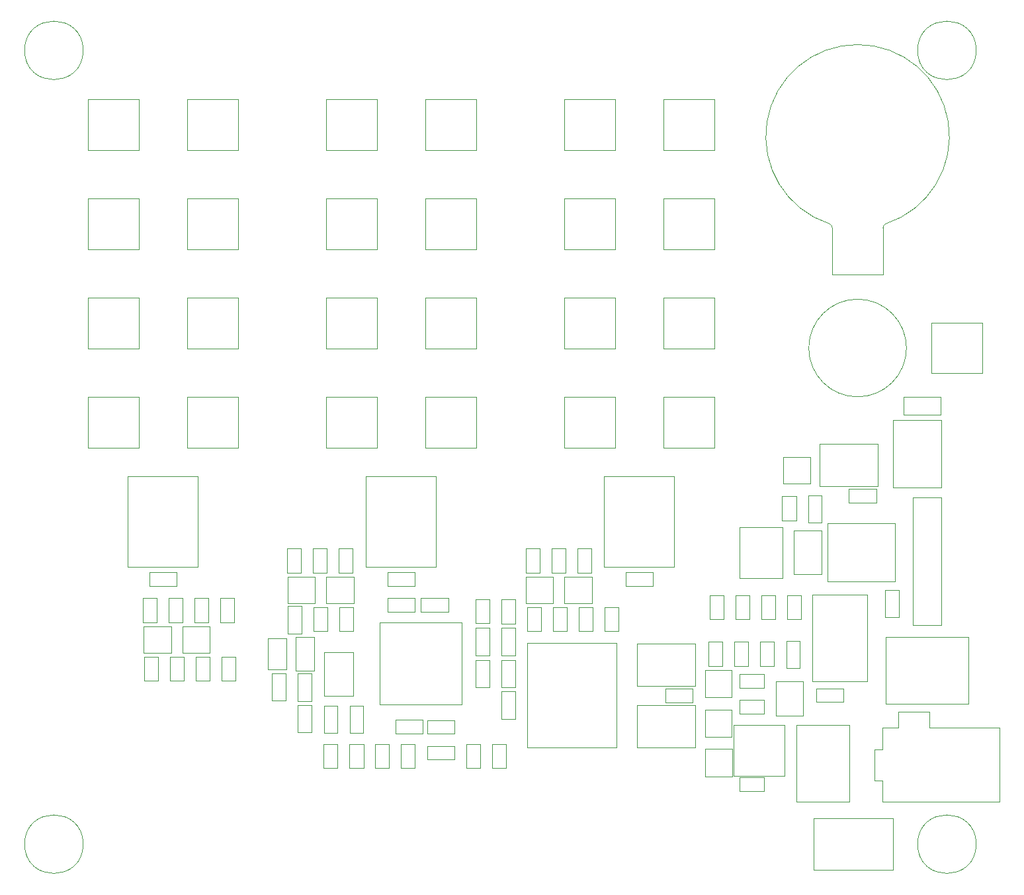
<source format=gbr>
G04 #@! TF.FileFunction,Other,User*
%FSLAX46Y46*%
G04 Gerber Fmt 4.6, Leading zero omitted, Abs format (unit mm)*
G04 Created by KiCad (PCBNEW 4.0.7) date Saturday, March 31, 2018 'PMt' 07:15:42 PM*
%MOMM*%
%LPD*%
G01*
G04 APERTURE LIST*
%ADD10C,0.100000*%
%ADD11C,0.050000*%
G04 APERTURE END LIST*
D10*
D11*
X207775000Y-137670000D02*
X207775000Y-144270000D01*
X197575000Y-137670000D02*
X197575000Y-144270000D01*
X197575000Y-144270000D02*
X207775000Y-144270000D01*
X197575000Y-137670000D02*
X207775000Y-137670000D01*
X203130013Y-38625135D02*
G75*
G02X206800000Y-61560000I69987J-11749865D01*
G01*
X203269987Y-38625135D02*
G75*
G03X199600000Y-61560000I-69987J-11749865D01*
G01*
X206811889Y-61558169D02*
G75*
G03X206450000Y-62075000I188111J-516831D01*
G01*
X199588111Y-61558169D02*
G75*
G02X199950000Y-62075000I-188111J-516831D01*
G01*
X199950000Y-68025000D02*
X199950000Y-62075000D01*
X206450000Y-68025000D02*
X206450000Y-62075000D01*
X206450000Y-68025000D02*
X199950000Y-68025000D01*
X209450000Y-77460000D02*
G75*
G03X209450000Y-77460000I-6250000J0D01*
G01*
X128262000Y-122611000D02*
X128262000Y-119111000D01*
X128262000Y-122611000D02*
X130012000Y-122611000D01*
X130012000Y-119111000D02*
X128262000Y-119111000D01*
X130012000Y-119111000D02*
X130012000Y-122611000D01*
X132054000Y-110507000D02*
X132054000Y-114007000D01*
X132054000Y-110507000D02*
X130304000Y-110507000D01*
X130304000Y-114007000D02*
X132054000Y-114007000D01*
X130304000Y-114007000D02*
X130304000Y-110507000D01*
X131564000Y-126675000D02*
X131564000Y-123175000D01*
X131564000Y-126675000D02*
X133314000Y-126675000D01*
X133314000Y-123175000D02*
X131564000Y-123175000D01*
X133314000Y-123175000D02*
X133314000Y-126675000D01*
X131564000Y-122643000D02*
X131564000Y-119143000D01*
X131564000Y-122643000D02*
X133314000Y-122643000D01*
X133314000Y-119143000D02*
X131564000Y-119143000D01*
X133314000Y-119143000D02*
X133314000Y-122643000D01*
X159376000Y-121424000D02*
X159376000Y-124924000D01*
X159376000Y-121424000D02*
X157626000Y-121424000D01*
X157626000Y-124924000D02*
X159376000Y-124924000D01*
X157626000Y-124924000D02*
X157626000Y-121424000D01*
X198619000Y-96310000D02*
X198619000Y-99810000D01*
X198619000Y-96310000D02*
X196869000Y-96310000D01*
X196869000Y-99810000D02*
X198619000Y-99810000D01*
X196869000Y-99810000D02*
X196869000Y-96310000D01*
X138185000Y-126734000D02*
X138185000Y-123234000D01*
X138185000Y-126734000D02*
X139935000Y-126734000D01*
X139935000Y-123234000D02*
X138185000Y-123234000D01*
X139935000Y-123234000D02*
X139935000Y-126734000D01*
X156057000Y-113301000D02*
X156057000Y-116801000D01*
X156057000Y-113301000D02*
X154307000Y-113301000D01*
X154307000Y-116801000D02*
X156057000Y-116801000D01*
X154307000Y-116801000D02*
X154307000Y-113301000D01*
X143029000Y-109456000D02*
X146529000Y-109456000D01*
X143029000Y-109456000D02*
X143029000Y-111206000D01*
X146529000Y-111206000D02*
X146529000Y-109456000D01*
X146529000Y-111206000D02*
X143029000Y-111206000D01*
X151609000Y-126837000D02*
X148109000Y-126837000D01*
X151609000Y-126837000D02*
X151609000Y-125087000D01*
X148109000Y-125087000D02*
X148109000Y-126837000D01*
X148109000Y-125087000D02*
X151609000Y-125087000D01*
X134883000Y-126734000D02*
X134883000Y-123234000D01*
X134883000Y-126734000D02*
X136633000Y-126734000D01*
X136633000Y-123234000D02*
X134883000Y-123234000D01*
X136633000Y-123234000D02*
X136633000Y-126734000D01*
X159359000Y-113301000D02*
X159359000Y-116801000D01*
X159359000Y-113301000D02*
X157609000Y-113301000D01*
X157609000Y-116801000D02*
X159359000Y-116801000D01*
X157609000Y-116801000D02*
X157609000Y-113301000D01*
X151609000Y-130139000D02*
X148109000Y-130139000D01*
X151609000Y-130139000D02*
X151609000Y-128389000D01*
X148109000Y-128389000D02*
X148109000Y-130139000D01*
X148109000Y-128389000D02*
X151609000Y-128389000D01*
X144045000Y-125077000D02*
X147545000Y-125077000D01*
X144045000Y-125077000D02*
X144045000Y-126827000D01*
X147545000Y-126827000D02*
X147545000Y-125077000D01*
X147545000Y-126827000D02*
X144045000Y-126827000D01*
X147315000Y-109456000D02*
X150815000Y-109456000D01*
X147315000Y-109456000D02*
X147315000Y-111206000D01*
X150815000Y-111206000D02*
X150815000Y-109456000D01*
X150815000Y-111206000D02*
X147315000Y-111206000D01*
X154314000Y-120892000D02*
X154314000Y-117392000D01*
X154314000Y-120892000D02*
X156064000Y-120892000D01*
X156064000Y-117392000D02*
X154314000Y-117392000D01*
X156064000Y-117392000D02*
X156064000Y-120892000D01*
X143029000Y-106154000D02*
X146529000Y-106154000D01*
X143029000Y-106154000D02*
X143029000Y-107904000D01*
X146529000Y-107904000D02*
X146529000Y-106154000D01*
X146529000Y-107904000D02*
X143029000Y-107904000D01*
X173509000Y-106154000D02*
X177009000Y-106154000D01*
X173509000Y-106154000D02*
X173509000Y-107904000D01*
X177009000Y-107904000D02*
X177009000Y-106154000D01*
X177009000Y-107904000D02*
X173509000Y-107904000D01*
X184860000Y-83740000D02*
X178360000Y-83740000D01*
X178360000Y-83740000D02*
X178360000Y-90240000D01*
X178360000Y-90240000D02*
X184860000Y-90240000D01*
X184860000Y-90240000D02*
X184860000Y-83740000D01*
X184860000Y-71040000D02*
X178360000Y-71040000D01*
X178360000Y-71040000D02*
X178360000Y-77540000D01*
X178360000Y-77540000D02*
X184860000Y-77540000D01*
X184860000Y-77540000D02*
X184860000Y-71040000D01*
X184860000Y-58340000D02*
X178360000Y-58340000D01*
X178360000Y-58340000D02*
X178360000Y-64840000D01*
X178360000Y-64840000D02*
X184860000Y-64840000D01*
X184860000Y-64840000D02*
X184860000Y-58340000D01*
X184860000Y-45640000D02*
X178360000Y-45640000D01*
X178360000Y-45640000D02*
X178360000Y-52140000D01*
X178360000Y-52140000D02*
X184860000Y-52140000D01*
X184860000Y-52140000D02*
X184860000Y-45640000D01*
X172160000Y-83740000D02*
X165660000Y-83740000D01*
X165660000Y-83740000D02*
X165660000Y-90240000D01*
X165660000Y-90240000D02*
X172160000Y-90240000D01*
X172160000Y-90240000D02*
X172160000Y-83740000D01*
X172160000Y-71040000D02*
X165660000Y-71040000D01*
X165660000Y-71040000D02*
X165660000Y-77540000D01*
X165660000Y-77540000D02*
X172160000Y-77540000D01*
X172160000Y-77540000D02*
X172160000Y-71040000D01*
X172160000Y-58340000D02*
X165660000Y-58340000D01*
X165660000Y-58340000D02*
X165660000Y-64840000D01*
X165660000Y-64840000D02*
X172160000Y-64840000D01*
X172160000Y-64840000D02*
X172160000Y-58340000D01*
X172160000Y-45640000D02*
X165660000Y-45640000D01*
X165660000Y-45640000D02*
X165660000Y-52140000D01*
X165660000Y-52140000D02*
X172160000Y-52140000D01*
X172160000Y-52140000D02*
X172160000Y-45640000D01*
X154380000Y-83740000D02*
X147880000Y-83740000D01*
X147880000Y-83740000D02*
X147880000Y-90240000D01*
X147880000Y-90240000D02*
X154380000Y-90240000D01*
X154380000Y-90240000D02*
X154380000Y-83740000D01*
X154380000Y-71040000D02*
X147880000Y-71040000D01*
X147880000Y-71040000D02*
X147880000Y-77540000D01*
X147880000Y-77540000D02*
X154380000Y-77540000D01*
X154380000Y-77540000D02*
X154380000Y-71040000D01*
X154380000Y-58340000D02*
X147880000Y-58340000D01*
X147880000Y-58340000D02*
X147880000Y-64840000D01*
X147880000Y-64840000D02*
X154380000Y-64840000D01*
X154380000Y-64840000D02*
X154380000Y-58340000D01*
X154380000Y-45640000D02*
X147880000Y-45640000D01*
X147880000Y-45640000D02*
X147880000Y-52140000D01*
X147880000Y-52140000D02*
X154380000Y-52140000D01*
X154380000Y-52140000D02*
X154380000Y-45640000D01*
X141680000Y-83740000D02*
X135180000Y-83740000D01*
X135180000Y-83740000D02*
X135180000Y-90240000D01*
X135180000Y-90240000D02*
X141680000Y-90240000D01*
X141680000Y-90240000D02*
X141680000Y-83740000D01*
X141680000Y-71040000D02*
X135180000Y-71040000D01*
X135180000Y-71040000D02*
X135180000Y-77540000D01*
X135180000Y-77540000D02*
X141680000Y-77540000D01*
X141680000Y-77540000D02*
X141680000Y-71040000D01*
X141680000Y-58340000D02*
X135180000Y-58340000D01*
X135180000Y-58340000D02*
X135180000Y-64840000D01*
X135180000Y-64840000D02*
X141680000Y-64840000D01*
X141680000Y-64840000D02*
X141680000Y-58340000D01*
X141680000Y-45640000D02*
X135180000Y-45640000D01*
X135180000Y-45640000D02*
X135180000Y-52140000D01*
X135180000Y-52140000D02*
X141680000Y-52140000D01*
X141680000Y-52140000D02*
X141680000Y-45640000D01*
X123900000Y-83740000D02*
X117400000Y-83740000D01*
X117400000Y-83740000D02*
X117400000Y-90240000D01*
X117400000Y-90240000D02*
X123900000Y-90240000D01*
X123900000Y-90240000D02*
X123900000Y-83740000D01*
X123900000Y-71040000D02*
X117400000Y-71040000D01*
X117400000Y-71040000D02*
X117400000Y-77540000D01*
X117400000Y-77540000D02*
X123900000Y-77540000D01*
X123900000Y-77540000D02*
X123900000Y-71040000D01*
X123900000Y-58340000D02*
X117400000Y-58340000D01*
X117400000Y-58340000D02*
X117400000Y-64840000D01*
X117400000Y-64840000D02*
X123900000Y-64840000D01*
X123900000Y-64840000D02*
X123900000Y-58340000D01*
X123900000Y-45640000D02*
X117400000Y-45640000D01*
X117400000Y-45640000D02*
X117400000Y-52140000D01*
X117400000Y-52140000D02*
X123900000Y-52140000D01*
X123900000Y-52140000D02*
X123900000Y-45640000D01*
X111200000Y-83740000D02*
X104700000Y-83740000D01*
X104700000Y-83740000D02*
X104700000Y-90240000D01*
X104700000Y-90240000D02*
X111200000Y-90240000D01*
X111200000Y-90240000D02*
X111200000Y-83740000D01*
X111200000Y-71040000D02*
X104700000Y-71040000D01*
X104700000Y-71040000D02*
X104700000Y-77540000D01*
X104700000Y-77540000D02*
X111200000Y-77540000D01*
X111200000Y-77540000D02*
X111200000Y-71040000D01*
X111200000Y-58340000D02*
X104700000Y-58340000D01*
X104700000Y-58340000D02*
X104700000Y-64840000D01*
X104700000Y-64840000D02*
X111200000Y-64840000D01*
X111200000Y-64840000D02*
X111200000Y-58340000D01*
X111200000Y-45640000D02*
X104700000Y-45640000D01*
X104700000Y-45640000D02*
X104700000Y-52140000D01*
X104700000Y-52140000D02*
X111200000Y-52140000D01*
X111200000Y-52140000D02*
X111200000Y-45640000D01*
X199363000Y-99932000D02*
X199363000Y-107332000D01*
X199363000Y-107332000D02*
X207963000Y-107332000D01*
X207963000Y-107332000D02*
X207963000Y-99932000D01*
X207963000Y-99932000D02*
X199363000Y-99932000D01*
X193637000Y-94807000D02*
X193637000Y-91407000D01*
X193637000Y-91407000D02*
X197137000Y-91407000D01*
X197137000Y-91407000D02*
X197137000Y-94807000D01*
X197137000Y-94807000D02*
X193637000Y-94807000D01*
X183687000Y-118685000D02*
X187087000Y-118685000D01*
X187087000Y-118685000D02*
X187087000Y-122185000D01*
X187087000Y-122185000D02*
X183687000Y-122185000D01*
X183687000Y-122185000D02*
X183687000Y-118685000D01*
X183687000Y-123765000D02*
X187087000Y-123765000D01*
X187087000Y-123765000D02*
X187087000Y-127265000D01*
X187087000Y-127265000D02*
X183687000Y-127265000D01*
X183687000Y-127265000D02*
X183687000Y-123765000D01*
X115332000Y-113065000D02*
X115332000Y-116465000D01*
X115332000Y-116465000D02*
X111832000Y-116465000D01*
X111832000Y-116465000D02*
X111832000Y-113065000D01*
X111832000Y-113065000D02*
X115332000Y-113065000D01*
X120285000Y-113065000D02*
X120285000Y-116465000D01*
X120285000Y-116465000D02*
X116785000Y-116465000D01*
X116785000Y-116465000D02*
X116785000Y-113065000D01*
X116785000Y-113065000D02*
X120285000Y-113065000D01*
X164232000Y-106715000D02*
X164232000Y-110115000D01*
X164232000Y-110115000D02*
X160732000Y-110115000D01*
X160732000Y-110115000D02*
X160732000Y-106715000D01*
X160732000Y-106715000D02*
X164232000Y-106715000D01*
X169185000Y-106715000D02*
X169185000Y-110115000D01*
X169185000Y-110115000D02*
X165685000Y-110115000D01*
X165685000Y-110115000D02*
X165685000Y-106715000D01*
X165685000Y-106715000D02*
X169185000Y-106715000D01*
X133747000Y-106715000D02*
X133747000Y-110115000D01*
X133747000Y-110115000D02*
X130247000Y-110115000D01*
X130247000Y-110115000D02*
X130247000Y-106715000D01*
X130247000Y-106715000D02*
X133747000Y-106715000D01*
X195337000Y-96428000D02*
X195337000Y-99528000D01*
X195337000Y-96428000D02*
X193537000Y-96428000D01*
X193537000Y-99528000D02*
X195337000Y-99528000D01*
X193537000Y-99528000D02*
X193537000Y-96428000D01*
X191210000Y-121015000D02*
X188110000Y-121015000D01*
X191210000Y-121015000D02*
X191210000Y-119215000D01*
X188110000Y-119215000D02*
X188110000Y-121015000D01*
X188110000Y-119215000D02*
X191210000Y-119215000D01*
X188110000Y-122517000D02*
X191210000Y-122517000D01*
X188110000Y-122517000D02*
X188110000Y-124317000D01*
X191210000Y-124317000D02*
X191210000Y-122517000D01*
X191210000Y-124317000D02*
X188110000Y-124317000D01*
X188110000Y-132423000D02*
X191210000Y-132423000D01*
X188110000Y-132423000D02*
X188110000Y-134223000D01*
X191210000Y-134223000D02*
X191210000Y-132423000D01*
X191210000Y-134223000D02*
X188110000Y-134223000D01*
X185922000Y-115075000D02*
X185922000Y-118175000D01*
X185922000Y-115075000D02*
X184122000Y-115075000D01*
X184122000Y-118175000D02*
X185922000Y-118175000D01*
X184122000Y-118175000D02*
X184122000Y-115075000D01*
X189224000Y-115075000D02*
X189224000Y-118175000D01*
X189224000Y-115075000D02*
X187424000Y-115075000D01*
X187424000Y-118175000D02*
X189224000Y-118175000D01*
X187424000Y-118175000D02*
X187424000Y-115075000D01*
X192526000Y-115070000D02*
X192526000Y-118170000D01*
X192526000Y-115070000D02*
X190726000Y-115070000D01*
X190726000Y-118170000D02*
X192526000Y-118170000D01*
X190726000Y-118170000D02*
X190726000Y-115070000D01*
X184249000Y-112201000D02*
X184249000Y-109101000D01*
X184249000Y-112201000D02*
X186049000Y-112201000D01*
X186049000Y-109101000D02*
X184249000Y-109101000D01*
X186049000Y-109101000D02*
X186049000Y-112201000D01*
X189351000Y-109101000D02*
X189351000Y-112201000D01*
X189351000Y-109101000D02*
X187551000Y-109101000D01*
X187551000Y-112201000D02*
X189351000Y-112201000D01*
X187551000Y-112201000D02*
X187551000Y-109101000D01*
X136646000Y-128151000D02*
X136646000Y-131251000D01*
X136646000Y-128151000D02*
X134846000Y-128151000D01*
X134846000Y-131251000D02*
X136646000Y-131251000D01*
X134846000Y-131251000D02*
X134846000Y-128151000D01*
X139965000Y-128151000D02*
X139965000Y-131251000D01*
X139965000Y-128151000D02*
X138165000Y-128151000D01*
X138165000Y-131251000D02*
X139965000Y-131251000D01*
X138165000Y-131251000D02*
X138165000Y-128151000D01*
X143250000Y-128151000D02*
X143250000Y-131251000D01*
X143250000Y-128151000D02*
X141450000Y-128151000D01*
X141450000Y-131251000D02*
X143250000Y-131251000D01*
X141450000Y-131251000D02*
X141450000Y-128151000D01*
X146552000Y-128151000D02*
X146552000Y-131251000D01*
X146552000Y-128151000D02*
X144752000Y-128151000D01*
X144752000Y-131251000D02*
X146552000Y-131251000D01*
X144752000Y-131251000D02*
X144752000Y-128151000D01*
X154934000Y-128151000D02*
X154934000Y-131251000D01*
X154934000Y-128151000D02*
X153134000Y-128151000D01*
X153134000Y-131251000D02*
X154934000Y-131251000D01*
X153134000Y-131251000D02*
X153134000Y-128151000D01*
X158231000Y-128156000D02*
X158231000Y-131256000D01*
X158231000Y-128156000D02*
X156431000Y-128156000D01*
X156431000Y-131256000D02*
X158231000Y-131256000D01*
X156431000Y-131256000D02*
X156431000Y-128156000D01*
X192653000Y-109106000D02*
X192653000Y-112206000D01*
X192653000Y-109106000D02*
X190853000Y-109106000D01*
X190853000Y-112206000D02*
X192653000Y-112206000D01*
X190853000Y-112206000D02*
X190853000Y-109106000D01*
X157596000Y-112736000D02*
X157596000Y-109636000D01*
X157596000Y-112736000D02*
X159396000Y-112736000D01*
X159396000Y-109636000D02*
X157596000Y-109636000D01*
X159396000Y-109636000D02*
X159396000Y-112736000D01*
X154277000Y-112709000D02*
X154277000Y-109609000D01*
X154277000Y-112709000D02*
X156077000Y-112709000D01*
X156077000Y-109609000D02*
X154277000Y-109609000D01*
X156077000Y-109609000D02*
X156077000Y-112709000D01*
X194155000Y-112201000D02*
X194155000Y-109101000D01*
X194155000Y-112201000D02*
X195955000Y-112201000D01*
X195955000Y-109101000D02*
X194155000Y-109101000D01*
X195955000Y-109101000D02*
X195955000Y-112201000D01*
X123565000Y-116980000D02*
X123565000Y-120080000D01*
X123565000Y-116980000D02*
X121765000Y-116980000D01*
X121765000Y-120080000D02*
X123565000Y-120080000D01*
X121765000Y-120080000D02*
X121765000Y-116980000D01*
X113659000Y-116980000D02*
X113659000Y-120080000D01*
X113659000Y-116980000D02*
X111859000Y-116980000D01*
X111859000Y-120080000D02*
X113659000Y-120080000D01*
X111859000Y-120080000D02*
X111859000Y-116980000D01*
X116961000Y-116980000D02*
X116961000Y-120080000D01*
X116961000Y-116980000D02*
X115161000Y-116980000D01*
X115161000Y-120080000D02*
X116961000Y-120080000D01*
X115161000Y-120080000D02*
X115161000Y-116980000D01*
X111732000Y-112587000D02*
X111732000Y-109487000D01*
X111732000Y-112587000D02*
X113532000Y-112587000D01*
X113532000Y-109487000D02*
X111732000Y-109487000D01*
X113532000Y-109487000D02*
X113532000Y-112587000D01*
X115034000Y-112582000D02*
X115034000Y-109482000D01*
X115034000Y-112582000D02*
X116834000Y-112582000D01*
X116834000Y-109482000D02*
X115034000Y-109482000D01*
X116834000Y-109482000D02*
X116834000Y-112582000D01*
X118331000Y-112582000D02*
X118331000Y-109482000D01*
X118331000Y-112582000D02*
X120131000Y-112582000D01*
X120131000Y-109482000D02*
X118331000Y-109482000D01*
X120131000Y-109482000D02*
X120131000Y-112582000D01*
X120263000Y-116975000D02*
X120263000Y-120075000D01*
X120263000Y-116975000D02*
X118463000Y-116975000D01*
X118463000Y-120075000D02*
X120263000Y-120075000D01*
X118463000Y-120075000D02*
X118463000Y-116975000D01*
X162698000Y-110625000D02*
X162698000Y-113725000D01*
X162698000Y-110625000D02*
X160898000Y-110625000D01*
X160898000Y-113725000D02*
X162698000Y-113725000D01*
X160898000Y-113725000D02*
X160898000Y-110625000D01*
X160754000Y-106232000D02*
X160754000Y-103132000D01*
X160754000Y-106232000D02*
X162554000Y-106232000D01*
X162554000Y-103132000D02*
X160754000Y-103132000D01*
X162554000Y-103132000D02*
X162554000Y-106232000D01*
X164056000Y-106232000D02*
X164056000Y-103132000D01*
X164056000Y-106232000D02*
X165856000Y-106232000D01*
X165856000Y-103132000D02*
X164056000Y-103132000D01*
X165856000Y-103132000D02*
X165856000Y-106232000D01*
X167358000Y-106232000D02*
X167358000Y-103132000D01*
X167358000Y-106232000D02*
X169158000Y-106232000D01*
X169158000Y-103132000D02*
X167358000Y-103132000D01*
X169158000Y-103132000D02*
X169158000Y-106232000D01*
X166000000Y-110625000D02*
X166000000Y-113725000D01*
X166000000Y-110625000D02*
X164200000Y-110625000D01*
X164200000Y-113725000D02*
X166000000Y-113725000D01*
X164200000Y-113725000D02*
X164200000Y-110625000D01*
X135376000Y-110625000D02*
X135376000Y-113725000D01*
X135376000Y-110625000D02*
X133576000Y-110625000D01*
X133576000Y-113725000D02*
X135376000Y-113725000D01*
X133576000Y-113725000D02*
X133576000Y-110625000D01*
X130147000Y-106232000D02*
X130147000Y-103132000D01*
X130147000Y-106232000D02*
X131947000Y-106232000D01*
X131947000Y-103132000D02*
X130147000Y-103132000D01*
X131947000Y-103132000D02*
X131947000Y-106232000D01*
X133449000Y-106232000D02*
X133449000Y-103132000D01*
X133449000Y-106232000D02*
X135249000Y-106232000D01*
X135249000Y-103132000D02*
X133449000Y-103132000D01*
X135249000Y-103132000D02*
X135249000Y-106232000D01*
X136751000Y-106237000D02*
X136751000Y-103137000D01*
X136751000Y-106237000D02*
X138551000Y-106237000D01*
X138551000Y-103137000D02*
X136751000Y-103137000D01*
X138551000Y-103137000D02*
X138551000Y-106237000D01*
X138678000Y-110625000D02*
X138678000Y-113725000D01*
X138678000Y-110625000D02*
X136878000Y-110625000D01*
X136878000Y-113725000D02*
X138678000Y-113725000D01*
X136878000Y-113725000D02*
X136878000Y-110625000D01*
X195012000Y-106450000D02*
X195012000Y-100850000D01*
X195012000Y-100850000D02*
X198612000Y-100850000D01*
X198612000Y-100850000D02*
X198612000Y-106450000D01*
X198612000Y-106450000D02*
X195012000Y-106450000D01*
X142017000Y-112611000D02*
X142017000Y-123111000D01*
X152517000Y-112611000D02*
X152517000Y-123111000D01*
X142017000Y-112611000D02*
X152517000Y-112611000D01*
X142017000Y-123111000D02*
X152517000Y-123111000D01*
X118768000Y-105446200D02*
X118768000Y-93846200D01*
X118768000Y-93846200D02*
X109768000Y-93846200D01*
X109768000Y-93846200D02*
X109768000Y-105446200D01*
X109768000Y-105446200D02*
X118768000Y-105446200D01*
X149248000Y-105446200D02*
X149248000Y-93846200D01*
X149248000Y-93846200D02*
X140248000Y-93846200D01*
X140248000Y-93846200D02*
X140248000Y-105446200D01*
X140248000Y-105446200D02*
X149248000Y-105446200D01*
X179728000Y-105446200D02*
X179728000Y-93846200D01*
X179728000Y-93846200D02*
X170728000Y-93846200D01*
X170728000Y-93846200D02*
X170728000Y-105446200D01*
X170728000Y-105446200D02*
X179728000Y-105446200D01*
X197420000Y-120095000D02*
X204420000Y-120095000D01*
X204420000Y-120095000D02*
X204420000Y-108995000D01*
X204420000Y-108995000D02*
X197420000Y-108995000D01*
X197420000Y-108995000D02*
X197420000Y-120095000D01*
X174959000Y-115283000D02*
X174959000Y-120683000D01*
X182419000Y-115283000D02*
X182419000Y-120683000D01*
X174959000Y-115283000D02*
X182419000Y-115283000D01*
X174959000Y-120683000D02*
X182419000Y-120683000D01*
X121638000Y-112582000D02*
X121638000Y-109482000D01*
X121638000Y-112582000D02*
X123438000Y-112582000D01*
X123438000Y-109482000D02*
X121638000Y-109482000D01*
X123438000Y-109482000D02*
X123438000Y-112582000D01*
X167502000Y-113725000D02*
X167502000Y-110625000D01*
X167502000Y-113725000D02*
X169302000Y-113725000D01*
X169302000Y-110625000D02*
X167502000Y-110625000D01*
X169302000Y-110625000D02*
X169302000Y-113725000D01*
X195825000Y-114947000D02*
X195825000Y-118447000D01*
X195825000Y-114947000D02*
X194075000Y-114947000D01*
X194075000Y-118447000D02*
X195825000Y-118447000D01*
X194075000Y-118447000D02*
X194075000Y-114947000D01*
X157616000Y-120892000D02*
X157616000Y-117392000D01*
X157616000Y-120892000D02*
X159366000Y-120892000D01*
X159366000Y-117392000D02*
X157616000Y-117392000D01*
X159366000Y-117392000D02*
X159366000Y-120892000D01*
X182074000Y-122800000D02*
X178574000Y-122800000D01*
X182074000Y-122800000D02*
X182074000Y-121050000D01*
X178574000Y-121050000D02*
X178574000Y-122800000D01*
X178574000Y-121050000D02*
X182074000Y-121050000D01*
X112549000Y-106154000D02*
X116049000Y-106154000D01*
X112549000Y-106154000D02*
X112549000Y-107904000D01*
X116049000Y-107904000D02*
X116049000Y-106154000D01*
X116049000Y-107904000D02*
X112549000Y-107904000D01*
X206790000Y-114455000D02*
X217390000Y-114455000D01*
X206790000Y-114455000D02*
X206790000Y-123035000D01*
X217390000Y-123035000D02*
X217390000Y-114455000D01*
X217390000Y-123035000D02*
X206790000Y-123035000D01*
X201393000Y-122773000D02*
X197893000Y-122773000D01*
X201393000Y-122773000D02*
X201393000Y-121023000D01*
X197893000Y-121023000D02*
X197893000Y-122773000D01*
X197893000Y-121023000D02*
X201393000Y-121023000D01*
X127755000Y-118606000D02*
X127755000Y-114606000D01*
X130055000Y-118606000D02*
X130055000Y-114606000D01*
X127755000Y-118606000D02*
X130055000Y-118606000D01*
X127755000Y-114606000D02*
X130055000Y-114606000D01*
X138678000Y-116425000D02*
X134878000Y-116425000D01*
X134878000Y-116425000D02*
X134878000Y-122025000D01*
X134878000Y-122025000D02*
X138678000Y-122025000D01*
X138678000Y-122025000D02*
X138678000Y-116425000D01*
X104080000Y-39370000D02*
G75*
G03X104080000Y-39370000I-3750000J0D01*
G01*
X104080000Y-140970000D02*
G75*
G03X104080000Y-140970000I-3750000J0D01*
G01*
X218380000Y-140970000D02*
G75*
G03X218380000Y-140970000I-3750000J0D01*
G01*
X218380000Y-39370000D02*
G75*
G03X218380000Y-39370000I-3750000J0D01*
G01*
X206748000Y-111943000D02*
X206748000Y-108443000D01*
X206748000Y-111943000D02*
X208498000Y-111943000D01*
X208498000Y-108443000D02*
X206748000Y-108443000D01*
X208498000Y-108443000D02*
X208498000Y-111943000D01*
X188107000Y-106917000D02*
X193607000Y-106917000D01*
X193607000Y-106917000D02*
X193607000Y-100367000D01*
X193607000Y-100367000D02*
X188107000Y-100367000D01*
X188107000Y-100367000D02*
X188107000Y-106917000D01*
X170804000Y-113725000D02*
X170804000Y-110625000D01*
X170804000Y-113725000D02*
X172604000Y-113725000D01*
X172604000Y-110625000D02*
X170804000Y-110625000D01*
X172604000Y-110625000D02*
X172604000Y-113725000D01*
X202084000Y-95486200D02*
X205584000Y-95486200D01*
X202084000Y-95486200D02*
X202084000Y-97236200D01*
X205584000Y-97236200D02*
X205584000Y-95486200D01*
X205584000Y-97236200D02*
X202084000Y-97236200D01*
X174959000Y-123157000D02*
X174959000Y-128557000D01*
X182419000Y-123157000D02*
X182419000Y-128557000D01*
X174959000Y-123157000D02*
X182419000Y-123157000D01*
X174959000Y-128557000D02*
X182419000Y-128557000D01*
X183719000Y-128779000D02*
X187119000Y-128779000D01*
X187119000Y-128779000D02*
X187119000Y-132279000D01*
X187119000Y-132279000D02*
X183719000Y-132279000D01*
X183719000Y-132279000D02*
X183719000Y-128779000D01*
X219150000Y-74250000D02*
X212650000Y-74250000D01*
X212650000Y-74250000D02*
X212650000Y-80700000D01*
X212650000Y-80700000D02*
X219150000Y-80700000D01*
X219150000Y-80700000D02*
X219150000Y-74250000D01*
X138700000Y-106715000D02*
X138700000Y-110115000D01*
X138700000Y-110115000D02*
X135200000Y-110115000D01*
X135200000Y-110115000D02*
X135200000Y-106715000D01*
X135200000Y-106715000D02*
X138700000Y-106715000D01*
X193860000Y-125750000D02*
X187360000Y-125750000D01*
X187360000Y-125750000D02*
X187360000Y-132250000D01*
X187360000Y-132250000D02*
X193860000Y-132250000D01*
X193860000Y-132250000D02*
X193860000Y-125750000D01*
X192735000Y-124494000D02*
X196235000Y-124494000D01*
X196235000Y-124494000D02*
X196235000Y-120094000D01*
X196235000Y-120094000D02*
X192735000Y-120094000D01*
X192735000Y-120094000D02*
X192735000Y-124494000D01*
X160924000Y-115220000D02*
X172324000Y-115220000D01*
X172324000Y-115220000D02*
X172324000Y-128620000D01*
X172324000Y-128620000D02*
X160924000Y-128620000D01*
X160924000Y-128620000D02*
X160924000Y-115220000D01*
X198294000Y-89756000D02*
X198294000Y-95156000D01*
X205754000Y-89756000D02*
X205754000Y-95156000D01*
X198294000Y-89756000D02*
X205754000Y-89756000D01*
X198294000Y-95156000D02*
X205754000Y-95156000D01*
X213806000Y-85986000D02*
X209106000Y-85986000D01*
X209106000Y-85986000D02*
X209106000Y-83686000D01*
X209106000Y-83686000D02*
X213806000Y-83686000D01*
X213806000Y-85986000D02*
X213806000Y-83686000D01*
X195405000Y-135554000D02*
X195405000Y-125754000D01*
X195405000Y-125754000D02*
X202105000Y-125754000D01*
X202105000Y-125754000D02*
X202105000Y-135554000D01*
X202105000Y-135554000D02*
X195405000Y-135554000D01*
X206391000Y-135310000D02*
X206391000Y-135560000D01*
X206391000Y-135560000D02*
X221391000Y-135560000D01*
X206391000Y-135310000D02*
X206391000Y-132810000D01*
X206391000Y-132810000D02*
X205391000Y-132810000D01*
X205391000Y-132810000D02*
X205391000Y-128810000D01*
X205391000Y-128810000D02*
X206391000Y-128810000D01*
X206391000Y-128810000D02*
X206391000Y-126060000D01*
X206391000Y-126060000D02*
X208391000Y-126060000D01*
X208391000Y-126060000D02*
X208391000Y-124060000D01*
X208391000Y-124060000D02*
X212391000Y-124060000D01*
X212391000Y-124060000D02*
X212391000Y-126060000D01*
X212391000Y-126060000D02*
X221391000Y-126060000D01*
X221391000Y-126060000D02*
X221391000Y-135560000D01*
X210273000Y-96598200D02*
X210273000Y-112898200D01*
X210273000Y-112898200D02*
X213873000Y-112898200D01*
X213873000Y-112898200D02*
X213873000Y-96598200D01*
X213873000Y-96598200D02*
X210273000Y-96598200D01*
X207733000Y-86692200D02*
X207733000Y-95342200D01*
X207733000Y-95342200D02*
X213883000Y-95342200D01*
X213883000Y-95342200D02*
X213883000Y-86692200D01*
X213883000Y-86692200D02*
X207733000Y-86692200D01*
X131311000Y-114436000D02*
X133611000Y-114436000D01*
X133611000Y-114436000D02*
X133611000Y-118736000D01*
X133611000Y-118736000D02*
X131311000Y-118736000D01*
X131311000Y-118736000D02*
X131311000Y-114436000D01*
M02*

</source>
